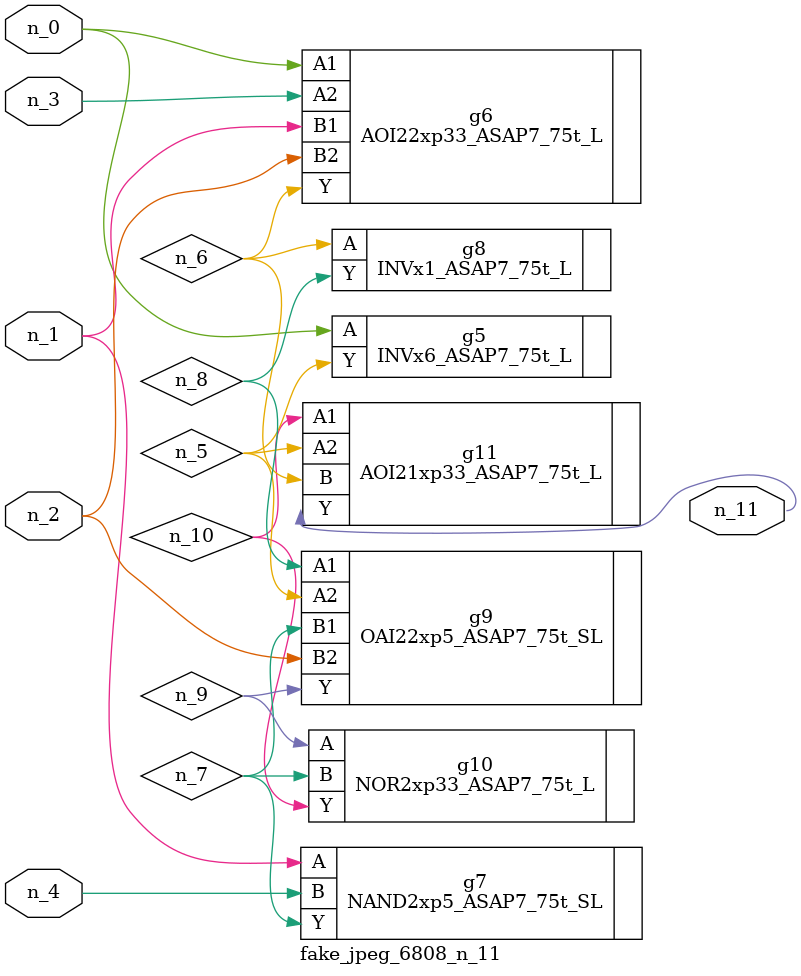
<source format=v>
module fake_jpeg_6808_n_11 (n_3, n_2, n_1, n_0, n_4, n_11);

input n_3;
input n_2;
input n_1;
input n_0;
input n_4;

output n_11;

wire n_10;
wire n_8;
wire n_9;
wire n_6;
wire n_5;
wire n_7;

INVx6_ASAP7_75t_L g5 ( 
.A(n_0),
.Y(n_5)
);

AOI22xp33_ASAP7_75t_L g6 ( 
.A1(n_0),
.A2(n_3),
.B1(n_1),
.B2(n_2),
.Y(n_6)
);

NAND2xp5_ASAP7_75t_SL g7 ( 
.A(n_1),
.B(n_4),
.Y(n_7)
);

INVx1_ASAP7_75t_L g8 ( 
.A(n_6),
.Y(n_8)
);

OAI22xp5_ASAP7_75t_SL g9 ( 
.A1(n_8),
.A2(n_5),
.B1(n_7),
.B2(n_2),
.Y(n_9)
);

NOR2xp33_ASAP7_75t_L g10 ( 
.A(n_9),
.B(n_7),
.Y(n_10)
);

AOI21xp33_ASAP7_75t_L g11 ( 
.A1(n_10),
.A2(n_5),
.B(n_6),
.Y(n_11)
);


endmodule
</source>
